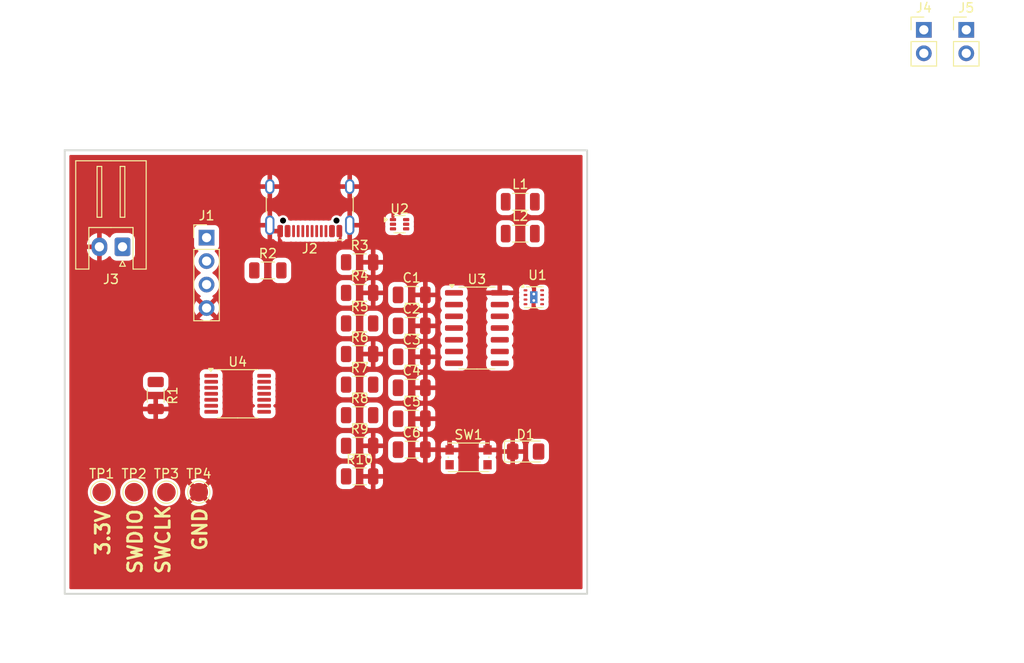
<source format=kicad_pcb>
(kicad_pcb (version 20241229) (generator "pcbnew") (generator_version "9.0")
  (layers (0 "F.Cu" signal) (2 "B.Cu" signal) (13 "F.Paste" user) (15 "B.Paste" user) (5 "F.SilkS" user "F.Silkscreen") (7 "B.SilkS" user "B.Silkscreen") (1 "F.Mask" user) (3 "B.Mask" user) (25 "Edge.Cuts" user))
  (net 0 "")
  (net 1 "+5V")
  (net 2 "GND")
  (net 3 "+12V")
  (net 4 "+3.3V")
  (net 5 "Net-(U3-VUSB)")
  (net 6 "Net-(U4-NRST)")
  (net 7 "Net-(D1-A)")
  (net 9 "/D+")
  (net 10 "/D-")
  (net 12 "Net-(J2-CC2)")
  (net 13 "Net-(J2-CC1)")
  (net 14 "Net-(U1-SW)")
  (net 15 "Net-(U2-SW)")
  (net 16 "/12V_EN")
  (net 17 "/MIC_FB")
  (net 18 "/MCP_RST")
  (net 19 "Net-(U3-GP0)")
  (net 20 "Net-(U2-FB)")
  (net 21 "Net-(U2-PG)")
  (net 24 "/MCP_RX")
  (net 27 "/MCP_TX")
  (net 32 "/SWCLK")
  (net 34 "/SWDIO")
  (net 36 "/BOOT_PIN")
  (footprint "Connector_JST:JST_XH_S2B-XH-A_1x02_P2.50mm_Horizontal" (layer "F.Cu") (at 28.25 149.445 180)
    (property "Reference" "J3" (at 1.25 -3.51 0) (layer "F.SilkS"))
    (property "Value" "Conn_01x02_Pin")
    (fp_line (start 5.06 9.31) (end 5.06 -2.41) (stroke (width 0.12)) (layer "F.SilkS"))
    (fp_line (start 5.06 -2.41) (end 3.64 -2.41) (stroke (width 0.12)) (layer "F.SilkS"))
    (fp_line (start 3.64 2.09) (end 1.25 2.09) (stroke (width 0.12)) (layer "F.SilkS"))
    (fp_line (start 3.64 -2.41) (end 3.64 2.09) (stroke (width 0.12)) (layer "F.SilkS"))
    (fp_line (start 2.75 8.7) (end 2.75 3.2) (stroke (width 0.12)) (layer "F.SilkS"))
    (fp_line (start 2.75 3.2) (end 2.25 3.2) (stroke (width 0.12)) (layer "F.SilkS"))
    (fp_line (start 2.25 8.7) (end 2.75 8.7) (stroke (width 0.12)) (layer "F.SilkS"))
    (fp_line (start 2.25 3.2) (end 2.25 8.7) (stroke (width 0.12)) (layer "F.SilkS"))
    (fp_line (start 1.25 9.31) (end 5.06 9.31) (stroke (width 0.12)) (layer "F.SilkS"))
    (fp_line (start 1.25 9.31) (end -2.56 9.31) (stroke (width 0.12)) (layer "F.SilkS"))
    (fp_line (start 0.3 -2.1) (end 0 -1.5) (stroke (width 0.12)) (layer "F.SilkS"))
    (fp_line (start 0.25 8.7) (end 0.25 3.2) (stroke (width 0.12)) (layer "F.SilkS"))
    (fp_line (start 0.25 3.2) (end -0.25 3.2) (stroke (width 0.12)) (layer "F.SilkS"))
    (fp_line (start 0 -1.5) (end -0.3 -2.1) (stroke (width 0.12)) (layer "F.SilkS"))
    (fp_line (start -0.25 8.7) (end 0.25 8.7) (stroke (width 0.12)) (layer "F.SilkS"))
    (fp_line (start -0.25 3.2) (end -0.25 8.7) (stroke (width 0.12)) (layer "F.SilkS"))
    (fp_line (start -0.3 -2.1) (end 0.3 -2.1) (stroke (width 0.12)) (layer "F.SilkS"))
    (fp_line (start -1.14 2.09) (end 1.25 2.09) (stroke (width 0.12)) (layer "F.SilkS"))
    (fp_line (start -1.14 -2.41) (end -1.14 2.09) (stroke (width 0.12)) (layer "F.SilkS"))
    (fp_line (start -2.56 9.31) (end -2.56 -2.41) (stroke (width 0.12)) (layer "F.SilkS"))
    (fp_line (start -2.56 -2.41) (end -1.14 -2.41) (stroke (width 0.12)) (layer "F.SilkS"))
    (pad "1" thru_hole roundrect (at 0 0 180) (size 1.7 2) (drill 1) (layers "*.Cu" "*.Mask") (roundrect_rratio 0.147059) (net 3 "+12V"))
    (pad "2" thru_hole oval (at 2.5 0 180) (size 1.7 2) (drill 1) (layers "*.Cu" "*.Mask") (net 2 "GND"))
  )
  (footprint "Connector_USB:USB_C_Receptacle_HCTL_HC-TYPE-C-16P-01A" (layer "F.Cu") (at 48.5 144 180)
    (property "Reference" "J2" (at 0 -5.645 0) (layer "F.SilkS"))
    (property "Value" "USB_C_Receptacle_USB2.0_16P")
    (fp_line (start 4.7 -1.78) (end 4.7 0) (stroke (width 0.12)) (layer "F.SilkS"))
    (fp_line (start -2.8 -4.7) (end -3.6 -4.7) (stroke (width 0.12)) (layer "F.SilkS"))
    (fp_line (start -4.7 -1.78) (end -4.7 0) (stroke (width 0.12)) (layer "F.SilkS"))
    (pad "" np_thru_hole circle (at -2.89 -2.605 180) (size 0.65 0.65) (drill 0.65) (layers "*.Mask"))
    (pad "" np_thru_hole circle (at 2.89 -2.605 180) (size 0.65 0.65) (drill 0.65) (layers "*.Mask"))
    (pad "A1" smd roundrect (at -3.2 -3.745 180) (size 0.6 1.3) (layers "F.Cu" "F.Mask" "F.Paste") (net 2 "GND"))
    (pad "A4" smd roundrect (at -2.4 -3.745 180) (size 0.6 1.3) (layers "F.Cu" "F.Mask" "F.Paste") (net 1 "+5V"))
    (pad "A5" smd roundrect (at -1.25 -3.745 180) (size 0.3 1.3) (layers "F.Cu" "F.Mask" "F.Paste") (net 13 "Net-(J2-CC1)"))
    (pad "A6" smd roundrect (at -0.25 -3.745 180) (size 0.3 1.3) (layers "F.Cu" "F.Mask" "F.Paste") (net 9 "/D+"))
    (pad "A7" smd roundrect (at 0.25 -3.745 180) (size 0.3 1.3) (layers "F.Cu" "F.Mask" "F.Paste") (net 10 "/D-"))
    (pad "A8" smd roundrect (at 1.25 -3.745 180) (size 0.3 1.3) (layers "F.Cu" "F.Mask" "F.Paste"))
    (pad "A9" smd roundrect (at 2.4 -3.745 180) (size 0.6 1.3) (layers "F.Cu" "F.Mask" "F.Paste") (net 1 "+5V"))
    (pad "A12" smd roundrect (at 3.2 -3.745 180) (size 0.6 1.3) (layers "F.Cu" "F.Mask" "F.Paste") (net 2 "GND"))
    (pad "B1" smd roundrect (at 3.2 -3.745 180) (size 0.6 1.3) (layers "F.Cu" "F.Mask" "F.Paste") (net 2 "GND"))
    (pad "B4" smd roundrect (at 2.4 -3.745 180) (size 0.6 1.3) (layers "F.Cu" "F.Mask" "F.Paste") (net 1 "+5V"))
    (pad "B5" smd roundrect (at 1.75 -3.745 180) (size 0.3 1.3) (layers "F.Cu" "F.Mask" "F.Paste") (net 12 "Net-(J2-CC2)"))
    (pad "B6" smd roundrect (at 0.75 -3.745 180) (size 0.3 1.3) (layers "F.Cu" "F.Mask" "F.Paste") (net 9 "/D+"))
    (pad "B7" smd roundrect (at -0.75 -3.745 180) (size 0.3 1.3) (layers "F.Cu" "F.Mask" "F.Paste") (net 10 "/D-"))
    (pad "B8" smd roundrect (at -1.75 -3.745 180) (size 0.3 1.3) (layers "F.Cu" "F.Mask" "F.Paste"))
    (pad "B9" smd roundrect (at -2.4 -3.745 180) (size 0.6 1.3) (layers "F.Cu" "F.Mask" "F.Paste") (net 1 "+5V"))
    (pad "B12" smd roundrect (at -3.2 -3.745 180) (size 0.6 1.3) (layers "F.Cu" "F.Mask" "F.Paste") (net 2 "GND"))
    (pad "S1" thru_hole oval (at -4.32 -3.105 180) (size 1 2.1) (drill oval 0.6 1.7) (property pad_prop_heatsink) (layers "*.Cu" "*.Mask") (net 2 "GND"))
    (pad "S1" thru_hole oval (at -4.32 1.075 180) (size 1 1.6) (drill oval 0.6 1.2) (property pad_prop_heatsink) (layers "*.Cu" "*.Mask") (net 2 "GND"))
    (pad "S1" thru_hole oval (at 4.32 -3.105 180) (size 1 2.1) (drill oval 0.6 1.7) (property pad_prop_heatsink) (layers "*.Cu" "*.Mask") (net 2 "GND"))
    (pad "S1" thru_hole oval (at 4.32 1.075 180) (size 1 1.6) (drill oval 0.6 1.2) (property pad_prop_heatsink) (layers "*.Cu" "*.Mask") (net 2 "GND"))
  )
  (footprint "Capacitor_SMD:C_1206_3216Metric" (layer "F.Cu") (at 59.525 154.65)
    (property "Reference" "C1" (at 0 -1.85 0) (layer "F.SilkS"))
    (property "Value" "2.2u")
    (fp_line (start -0.711252 -0.91) (end 0.711252 -0.91) (stroke (width 0.12)) (layer "F.SilkS"))
    (fp_line (start -0.711252 0.91) (end 0.711252 0.91) (stroke (width 0.12)) (layer "F.SilkS"))
    (pad "1" smd roundrect (at -1.475 0) (size 1.15 1.8) (layers "F.Cu" "F.Mask" "F.Paste") (roundrect_rratio 0.217391) (net 1 "+5V"))
    (pad "2" smd roundrect (at 1.475 0) (size 1.15 1.8) (layers "F.Cu" "F.Mask" "F.Paste") (roundrect_rratio 0.217391) (net 2 "GND"))
  )
  (footprint "Resistor_SMD:R_1206_3216Metric" (layer "F.Cu") (at 53.895 164.36)
    (property "Reference" "R7" (at 0 -1.83 0) (layer "F.SilkS"))
    (property "Value" "499k")
    (fp_line (start -0.727064 -0.91) (end 0.727064 -0.91) (stroke (width 0.12)) (layer "F.SilkS"))
    (fp_line (start -0.727064 0.91) (end 0.727064 0.91) (stroke (width 0.12)) (layer "F.SilkS"))
    (pad "1" smd roundrect (at -1.4625 0) (size 1.125 1.75) (layers "F.Cu" "F.Mask" "F.Paste") (roundrect_rratio 0.222222) (net 1 "+5V"))
    (pad "2" smd roundrect (at 1.4625 0) (size 1.125 1.75) (layers "F.Cu" "F.Mask" "F.Paste") (roundrect_rratio 0.222222) (net 21 "Net-(U2-PG)"))
  )
  (footprint "Resistor_SMD:R_1206_3216Metric" (layer "F.Cu") (at 53.895 174.29)
    (property "Reference" "R10" (at 0 -1.83 0) (layer "F.SilkS"))
    (property "Value" "5k")
    (fp_line (start -0.727064 -0.91) (end 0.727064 -0.91) (stroke (width 0.12)) (layer "F.SilkS"))
    (fp_line (start -0.727064 0.91) (end 0.727064 0.91) (stroke (width 0.12)) (layer "F.SilkS"))
    (pad "1" smd roundrect (at -1.4625 0) (size 1.125 1.75) (layers "F.Cu" "F.Mask" "F.Paste") (roundrect_rratio 0.222222) (net 13 "Net-(J2-CC1)"))
    (pad "2" smd roundrect (at 1.4625 0) (size 1.125 1.75) (layers "F.Cu" "F.Mask" "F.Paste") (roundrect_rratio 0.222222) (net 2 "GND"))
  )
  (footprint "LED_SMD:LED_1206_3216Metric" (layer "F.Cu") (at 71.845 171.6)
    (property "Reference" "D1" (at 0 -1.83 0) (layer "F.SilkS"))
    (property "Value" "LED")
    (fp_line (start -2.285 -1.135) (end -2.285 1.135) (stroke (width 0.12)) (layer "F.SilkS"))
    (fp_line (start -2.285 1.135) (end 1.6 1.135) (stroke (width 0.12)) (layer "F.SilkS"))
    (fp_line (start 1.6 -1.135) (end -2.285 -1.135) (stroke (width 0.12)) (layer "F.SilkS"))
    (pad "1" smd roundrect (at -1.4 0) (size 1.25 1.75) (layers "F.Cu" "F.Mask" "F.Paste") (roundrect_rratio 0.2) (net 2 "GND"))
    (pad "2" smd roundrect (at 1.4 0) (size 1.25 1.75) (layers "F.Cu" "F.Mask" "F.Paste") (roundrect_rratio 0.2) (net 7 "Net-(D1-A)"))
  )
  (footprint "Package_SO:SOIC-14_3.9x8.7mm_P1.27mm" (layer "F.Cu") (at 66.575 158.235)
    (property "Reference" "U3" (at 0 -5.28 0) (layer "F.SilkS"))
    (property "Value" "MCP2221AxSL")
    (fp_line (start 0 -4.435) (end -1.95 -4.435) (stroke (width 0.12)) (layer "F.SilkS"))
    (fp_line (start 0 -4.435) (end 1.95 -4.435) (stroke (width 0.12)) (layer "F.SilkS"))
    (fp_line (start 0 4.435) (end -1.95 4.435) (stroke (width 0.12)) (layer "F.SilkS"))
    (fp_line (start 0 4.435) (end 1.95 4.435) (stroke (width 0.12)) (layer "F.SilkS"))
    (fp_poly (pts (xy -2.7 -4.37) (xy -2.94 -4.7) (xy -2.46 -4.7)) (stroke (width 0.12)) (fill yes) (layer "F.SilkS"))
    (pad "1" smd roundrect (at -2.475 -3.81) (size 1.95 0.6) (layers "F.Cu" "F.Mask" "F.Paste") (net 4 "+3.3V"))
    (pad "2" smd roundrect (at -2.475 -2.54) (size 1.95 0.6) (layers "F.Cu" "F.Mask" "F.Paste") (net 19 "Net-(U3-GP0)"))
    (pad "3" smd roundrect (at -2.475 -1.27) (size 1.95 0.6) (layers "F.Cu" "F.Mask" "F.Paste"))
    (pad "4" smd roundrect (at -2.475 0) (size 1.95 0.6) (layers "F.Cu" "F.Mask" "F.Paste") (net 18 "/MCP_RST"))
    (pad "5" smd roundrect (at -2.475 1.27) (size 1.95 0.6) (layers "F.Cu" "F.Mask" "F.Paste") (net 24 "/MCP_RX"))
    (pad "6" smd roundrect (at -2.475 2.54) (size 1.95 0.6) (layers "F.Cu" "F.Mask" "F.Paste") (net 27 "/MCP_TX"))
    (pad "7" smd roundrect (at -2.475 3.81) (size 1.95 0.6) (layers "F.Cu" "F.Mask" "F.Paste"))
    (pad "8" smd roundrect (at 2.475 3.81) (size 1.95 0.6) (layers "F.Cu" "F.Mask" "F.Paste"))
    (pad "9" smd roundrect (at 2.475 2.54) (size 1.95 0.6) (layers "F.Cu" "F.Mask" "F.Paste"))
    (pad "10" smd roundrect (at 2.475 1.27) (size 1.95 0.6) (layers "F.Cu" "F.Mask" "F.Paste"))
    (pad "11" smd roundrect (at 2.475 0) (size 1.95 0.6) (layers "F.Cu" "F.Mask" "F.Paste") (net 5 "Net-(U3-VUSB)"))
    (pad "12" smd roundrect (at 2.475 -1.27) (size 1.95 0.6) (layers "F.Cu" "F.Mask" "F.Paste") (net 10 "/D-"))
    (pad "13" smd roundrect (at 2.475 -2.54) (size 1.95 0.6) (layers "F.Cu" "F.Mask" "F.Paste") (net 9 "/D+"))
    (pad "14" smd roundrect (at 2.475 -3.81) (size 1.95 0.6) (layers "F.Cu" "F.Mask" "F.Paste") (net 2 "GND"))
  )
  (footprint "Resistor_SMD:R_1206_3216Metric" (layer "F.Cu") (at 31.84 165.5375 -90)
    (property "Reference" "R1" (at 0 -1.83 90) (layer "F.SilkS"))
    (property "Value" "10k")
    (fp_line (start -0.727064 0.91) (end 0.727064 0.91) (stroke (width 0.12)) (layer "F.SilkS"))
    (fp_line (start -0.727064 -0.91) (end 0.727064 -0.91) (stroke (width 0.12)) (layer "F.SilkS"))
    (pad "1" smd roundrect (at -1.4625 0 270) (size 1.125 1.75) (layers "F.Cu" "F.Mask" "F.Paste") (roundrect_rratio 0.222222) (net 16 "/12V_EN"))
    (pad "2" smd roundrect (at 1.4625 0 270) (size 1.125 1.75) (layers "F.Cu" "F.Mask" "F.Paste") (roundrect_rratio 0.222222) (net 2 "GND"))
  )
  (footprint "Resistor_SMD:R_1206_3216Metric" (layer "F.Cu") (at 53.895 161.05)
    (property "Reference" "R6" (at 0 -1.83 0) (layer "F.SilkS"))
    (property "Value" "100k")
    (fp_line (start -0.727064 -0.91) (end 0.727064 -0.91) (stroke (width 0.12)) (layer "F.SilkS"))
    (fp_line (start -0.727064 0.91) (end 0.727064 0.91) (stroke (width 0.12)) (layer "F.SilkS"))
    (pad "1" smd roundrect (at -1.4625 0) (size 1.125 1.75) (layers "F.Cu" "F.Mask" "F.Paste") (roundrect_rratio 0.222222) (net 20 "Net-(U2-FB)"))
    (pad "2" smd roundrect (at 1.4625 0) (size 1.125 1.75) (layers "F.Cu" "F.Mask" "F.Paste") (roundrect_rratio 0.222222) (net 2 "GND"))
  )
  (footprint "TestPoint:TestPoint_Pad_D2.0mm" (layer "F.Cu") (at 26 176)
    (property "Reference" "TP1" (at 0 -1.998 0) (layer "F.SilkS"))
    (property "Value" "TestPoint")
    (fp_circle (center 0 0) (end 0 1.2) (stroke (width 0.12)) (fill no) (layer "F.SilkS"))
    (pad "1" smd circle (at 0 0) (size 2 2) (layers "F.Cu" "F.Mask") (net 4 "+3.3V"))
  )
  (footprint "Connector_PinHeader_2.54mm:PinHeader_1x04_P2.54mm_Vertical" (layer "F.Cu") (at 37.34 148.45)
    (property "Reference" "J1" (at 0 -2.38 0) (layer "F.SilkS"))
    (property "Value" "Conn_01x04_Pin")
    (fp_line (start -1.38 -1.38) (end 0 -1.38) (stroke (width 0.12)) (layer "F.SilkS"))
    (fp_line (start -1.38 0) (end -1.38 -1.38) (stroke (width 0.12)) (layer "F.SilkS"))
    (fp_line (start -1.38 1.27) (end -1.38 9) (stroke (width 0.12)) (layer "F.SilkS"))
    (fp_line (start -1.38 1.27) (end 1.38 1.27) (stroke (width 0.12)) (layer "F.SilkS"))
    (fp_line (start -1.38 9) (end 1.38 9) (stroke (width 0.12)) (layer "F.SilkS"))
    (fp_line (start 1.38 1.27) (end 1.38 9) (stroke (width 0.12)) (layer "F.SilkS"))
    (pad "1" thru_hole rect (at 0 0) (size 1.7 1.7) (drill 1) (layers "*.Cu" "*.Mask") (net 4 "+3.3V"))
    (pad "2" thru_hole circle (at 0 2.54) (size 1.7 1.7) (drill 1) (layers "*.Cu" "*.Mask") (net 34 "/SWDIO"))
    (pad "3" thru_hole circle (at 0 5.08) (size 1.7 1.7) (drill 1) (layers "*.Cu" "*.Mask") (net 32 "/SWCLK"))
    (pad "4" thru_hole circle (at 0 7.62) (size 1.7 1.7) (drill 1) (layers "*.Cu" "*.Mask") (net 2 "GND"))
  )
  (footprint "Inductor_SMD:L_1206_3216Metric" (layer "F.Cu") (at 71.265 144.57)
    (property "Reference" "L1" (at 0 -1.9 0) (layer "F.SilkS"))
    (property "Value" "10u")
    (fp_line (start -0.835242 -0.91) (end 0.835242 -0.91) (stroke (width 0.12)) (layer "F.SilkS"))
    (fp_line (start -0.835242 0.91) (end 0.835242 0.91) (stroke (width 0.12)) (layer "F.SilkS"))
    (pad "1" smd roundrect (at -1.575 0) (size 1.05 1.9) (layers "F.Cu" "F.Mask" "F.Paste") (roundrect_rratio 0.238095) (net 14 "Net-(U1-SW)"))
    (pad "2" smd roundrect (at 1.575 0) (size 1.05 1.9) (layers "F.Cu" "F.Mask" "F.Paste") (roundrect_rratio 0.238095) (net 1 "+5V"))
  )
  (footprint "Resistor_SMD:R_1206_3216Metric" (layer "F.Cu") (at 53.895 167.67)
    (property "Reference" "R8" (at 0 -1.83 0) (layer "F.SilkS"))
    (property "Value" "450k")
    (fp_line (start -0.727064 -0.91) (end 0.727064 -0.91) (stroke (width 0.12)) (layer "F.SilkS"))
    (fp_line (start -0.727064 0.91) (end 0.727064 0.91) (stroke (width 0.12)) (layer "F.SilkS"))
    (pad "1" smd roundrect (at -1.4625 0) (size 1.125 1.75) (layers "F.Cu" "F.Mask" "F.Paste") (roundrect_rratio 0.222222) (net 4 "+3.3V"))
    (pad "2" smd roundrect (at 1.4625 0) (size 1.125 1.75) (layers "F.Cu" "F.Mask" "F.Paste") (roundrect_rratio 0.222222) (net 20 "Net-(U2-FB)"))
  )
  (footprint "Inductor_SMD:L_1206_3216Metric" (layer "F.Cu") (at 71.265 148.02)
    (property "Reference" "L2" (at 0 -1.9 0) (layer "F.SilkS"))
    (property "Value" "1u")
    (fp_line (start -0.835242 -0.91) (end 0.835242 -0.91) (stroke (width 0.12)) (layer "F.SilkS"))
    (fp_line (start -0.835242 0.91) (end 0.835242 0.91) (stroke (width 0.12)) (layer "F.SilkS"))
    (pad "1" smd roundrect (at -1.575 0) (size 1.05 1.9) (layers "F.Cu" "F.Mask" "F.Paste") (roundrect_rratio 0.238095) (net 15 "Net-(U2-SW)"))
    (pad "2" smd roundrect (at 1.575 0) (size 1.05 1.9) (layers "F.Cu" "F.Mask" "F.Paste") (roundrect_rratio 0.238095) (net 4 "+3.3V"))
  )
  (footprint "TestPoint:TestPoint_Pad_D2.0mm" (layer "F.Cu") (at 36.5 176)
    (property "Reference" "TP4" (at 0 -1.998 0) (layer "F.SilkS"))
    (property "Value" "TestPoint")
    (fp_circle (center 0 0) (end 0 1.2) (stroke (width 0.12)) (fill no) (layer "F.SilkS"))
    (pad "1" smd circle (at 0 0) (size 2 2) (layers "F.Cu" "F.Mask") (net 2 "GND"))
  )
  (footprint "Package_DFN_QFN:Micrel_MLF-8-1EP_2x2mm_P0.5mm_EP0.8x1.3mm_ThermalVias" (layer "F.Cu") (at 72.73 154.905)
    (property "Reference" "U1" (at 0.4 -2.39 0) (layer "F.SilkS"))
    (property "Value" "MIC2290")
    (fp_line (start -1 1.135) (end 1 1.135) (stroke (width 0.12)) (layer "F.SilkS"))
    (fp_line (start -0.79 -1.135) (end 1 -1.135) (stroke (width 0.12)) (layer "F.SilkS"))
    (fp_poly (pts (xy -1.09 -1.09) (xy -1.37 -1.09) (xy -1.09 -1.37) (xy -1.09 -1.09)) (stroke (width 0.12)) (fill yes) (layer "F.SilkS"))
    (pad "1" smd roundrect (at -0.9 -0.75) (size 0.4 0.23) (layers "F.Cu" "F.Mask" "F.Paste") (net 3 "+12V"))
    (pad "2" smd roundrect (at -0.9 -0.25) (size 0.4 0.23) (layers "F.Cu" "F.Mask" "F.Paste") (net 1 "+5V"))
    (pad "3" smd roundrect (at -0.9 0.25) (size 0.4 0.23) (layers "F.Cu" "F.Mask" "F.Paste") (net 16 "/12V_EN"))
    (pad "4" smd roundrect (at -0.9 0.75) (size 0.4 0.23) (layers "F.Cu" "F.Mask" "F.Paste") (net 2 "GND"))
    (pad "5" smd roundrect (at 0.9 0.75) (size 0.4 0.23) (layers "F.Cu" "F.Mask" "F.Paste"))
    (pad "6" smd roundrect (at 0.9 0.25) (size 0.4 0.23) (layers "F.Cu" "F.Mask" "F.Paste") (net 17 "/MIC_FB"))
    (pad "7" smd roundrect (at 0.9 -0.25) (size 0.4 0.23) (layers "F.Cu" "F.Mask" "F.Paste") (net 14 "Net-(U1-SW)"))
    (pad "8" smd roundrect (at 0.9 -0.75) (size 0.4 0.23) (layers "F.Cu" "F.Mask" "F.Paste") (net 2 "GND"))
    (pad "9" thru_hole circle (at 0 -0.35) (size 0.6 0.6) (drill 0.3) (layers "*.Cu") (net 2 "GND"))
    (pad "9" smd rect (at 0 0) (size 0.8 1.3) (layers "F.Cu" "F.Mask") (net 2 "GND"))
    (pad "9" smd rect (at 0 0) (size 0.8 1.3) (layers "B.Cu") (net 2 "GND"))
    (pad "9" thru_hole circle (at 0 0.35) (size 0.6 0.6) (drill 0.3) (layers "*.Cu") (net 2 "GND"))
  )
  (footprint "Resistor_SMD:R_1206_3216Metric" (layer "F.Cu") (at 53.895 170.98)
    (property "Reference" "R9" (at 0 -1.83 0) (layer "F.SilkS"))
    (property "Value" "5k")
    (fp_line (start -0.727064 -0.91) (end 0.727064 -0.91) (stroke (width 0.12)) (layer "F.SilkS"))
    (fp_line (start -0.727064 0.91) (end 0.727064 0.91) (stroke (width 0.12)) (layer "F.SilkS"))
    (pad "1" smd roundrect (at -1.4625 0) (size 1.125 1.75) (layers "F.Cu" "F.Mask" "F.Paste") (roundrect_rratio 0.222222) (net 12 "Net-(J2-CC2)"))
    (pad "2" smd roundrect (at 1.4625 0) (size 1.125 1.75) (layers "F.Cu" "F.Mask" "F.Paste") (roundrect_rratio 0.222222) (net 2 "GND"))
  )
  (footprint "TestPoint:TestPoint_Pad_D2.0mm" (layer "F.Cu") (at 29.5 176)
    (property "Reference" "TP2" (at 0 -1.998 0) (layer "F.SilkS"))
    (property "Value" "TestPoint")
    (fp_circle (center 0 0) (end 0 1.2) (stroke (width 0.12)) (fill no) (layer "F.SilkS"))
    (pad "1" smd circle (at 0 0) (size 2 2) (layers "F.Cu" "F.Mask") (net 34 "/SWDIO"))
  )
  (footprint "Button_Switch_SMD:SW_Push_1P1T_NO_CK_KMR2" (layer "F.Cu") (at 65.675 172.23)
    (property "Reference" "SW1" (at 0 -2.45 0) (layer "F.SilkS"))
    (property "Value" "SW_Push")
    (fp_line (start -2.2 0.05) (end -2.2 -0.05) (stroke (width 0.12)) (layer "F.SilkS"))
    (fp_line (start -2.2 1.55) (end 2.2 1.55) (stroke (width 0.12)) (layer "F.SilkS"))
    (fp_line (start 2.2 -1.55) (end -2.2 -1.55) (stroke (width 0.12)) (layer "F.SilkS"))
    (fp_line (start 2.2 0.05) (end 2.2 -0.05) (stroke (width 0.12)) (layer "F.SilkS"))
    (pad "1" smd rect (at -2.05 -0.8) (size 0.9 1) (layers "F.Cu" "F.Mask" "F.Paste") (net 2 "GND"))
    (pad "1" smd rect (at 2.05 -0.8) (size 0.9 1) (layers "F.Cu" "F.Mask" "F.Paste") (net 2 "GND"))
    (pad "2" smd rect (at -2.05 0.8) (size 0.9 1) (layers "F.Cu" "F.Mask" "F.Paste") (net 6 "Net-(U4-NRST)"))
    (pad "2" smd rect (at 2.05 0.8) (size 0.9 1) (layers "F.Cu" "F.Mask" "F.Paste") (net 6 "Net-(U4-NRST)"))
  )
  (footprint "Connector_PinHeader_2.54mm:PinHeader_1x02_P2.54mm_Vertical" (layer "F.Cu") (at 119.5 125.96)
    (property "Reference" "J5" (at 0 -2.38 0) (layer "F.SilkS"))
    (property "Value" "Conn_01x02_Pin")
    (fp_line (start -1.38 -1.38) (end 0 -1.38) (stroke (width 0.12)) (layer "F.SilkS"))
    (fp_line (start -1.38 0) (end -1.38 -1.38) (stroke (width 0.12)) (layer "F.SilkS"))
    (fp_line (start -1.38 1.27) (end -1.38 3.92) (stroke (width 0.12)) (layer "F.SilkS"))
    (fp_line (start -1.38 1.27) (end 1.38 1.27) (stroke (width 0.12)) (layer "F.SilkS"))
    (fp_line (start -1.38 3.92) (end 1.38 3.92) (stroke (width 0.12)) (layer "F.SilkS"))
    (fp_line (start 1.38 1.27) (end 1.38 3.92) (stroke (width 0.12)) (layer "F.SilkS"))
    (pad "1" thru_hole rect (at 0 0) (size 1.7 1.7) (drill 1) (layers "*.Cu" "*.Mask") (net 1 "+5V"))
    (pad "2" thru_hole circle (at 0 2.54) (size 1.7 1.7) (drill 1) (layers "*.Cu" "*.Mask") (net 2 "GND"))
  )
  (footprint "Resistor_SMD:R_1206_3216Metric" (layer "F.Cu") (at 53.895 157.74)
    (property "Reference" "R5" (at 0 -1.83 0) (layer "F.SilkS"))
    (property "Value" "220")
    (fp_line (start -0.727064 -0.91) (end 0.727064 -0.91) (stroke (width 0.12)) (layer "F.SilkS"))
    (fp_line (start -0.727064 0.91) (end 0.727064 0.91) (stroke (width 0.12)) (layer "F.SilkS"))
    (pad "1" smd roundrect (at -1.4625 0) (size 1.125 1.75) (layers "F.Cu" "F.Mask" "F.Paste") (roundrect_rratio 0.222222) (net 19 "Net-(U3-GP0)"))
    (pad "2" smd roundrect (at 1.4625 0) (size 1.125 1.75) (layers "F.Cu" "F.Mask" "F.Paste") (roundrect_rratio 0.222222) (net 7 "Net-(D1-A)"))
  )
  (footprint "Capacitor_SMD:C_1206_3216Metric" (layer "F.Cu") (at 59.525 171.4)
    (property "Reference" "C6" (at 0 -1.85 0) (layer "F.SilkS"))
    (property "Value" ".1u")
    (fp_line (start -0.711252 -0.91) (end 0.711252 -0.91) (stroke (width 0.12)) (layer "F.SilkS"))
    (fp_line (start -0.711252 0.91) (end 0.711252 0.91) (stroke (width 0.12)) (layer "F.SilkS"))
    (pad "1" smd roundrect (at -1.475 0) (size 1.15 1.8) (layers "F.Cu" "F.Mask" "F.Paste") (roundrect_rratio 0.217391) (net 6 "Net-(U4-NRST)"))
    (pad "2" smd roundrect (at 1.475 0) (size 1.15 1.8) (layers "F.Cu" "F.Mask" "F.Paste") (roundrect_rratio 0.217391) (net 2 "GND"))
  )
  (footprint "Capacitor_SMD:C_1206_3216Metric" (layer "F.Cu") (at 59.525 168.05)
    (property "Reference" "C5" (at 0 -1.85 0) (layer "F.SilkS"))
    (property "Value" "1u")
    (fp_line (start -0.711252 -0.91) (end 0.711252 -0.91) (stroke (width 0.12)) (layer "F.SilkS"))
    (fp_line (start -0.711252 0.91) (end 0.711252 0.91) (stroke (width 0.12)) (layer "F.SilkS"))
    (pad "1" smd roundrect (at -1.475 0) (size 1.15 1.8) (layers "F.Cu" "F.Mask" "F.Paste") (roundrect_rratio 0.217391) (net 5 "Net-(U3-VUSB)"))
    (pad "2" smd roundrect (at 1.475 0) (size 1.15 1.8) (layers "F.Cu" "F.Mask" "F.Paste") (roundrect_rratio 0.217391) (net 2 "GND"))
  )
  (footprint "Capacitor_SMD:C_1206_3216Metric" (layer "F.Cu") (at 59.525 158)
    (property "Reference" "C2" (at 0 -1.85 0) (layer "F.SilkS"))
    (property "Value" "10u")
    (fp_line (start -0.711252 -0.91) (end 0.711252 -0.91) (stroke (width 0.12)) (layer "F.SilkS"))
    (fp_line (start -0.711252 0.91) (end 0.711252 0.91) (stroke (width 0.12)) (layer "F.SilkS"))
    (pad "1" smd roundrect (at -1.475 0) (size 1.15 1.8) (layers "F.Cu" "F.Mask" "F.Paste") (roundrect_rratio 0.217391) (net 3 "+12V"))
    (pad "2" smd roundrect (at 1.475 0) (size 1.15 1.8) (layers "F.Cu" "F.Mask" "F.Paste") (roundrect_rratio 0.217391) (net 2 "GND"))
  )
  (footprint "Package_TO_SOT_SMD:SOT-563" (layer "F.Cu") (at 58.2125 147)
    (property "Reference" "U2" (at 0 -1.65 0) (layer "F.SilkS"))
    (property "Value" "TPS62A01DRL")
    (fp_line (start 0 -0.935) (end -0.6 -0.935) (stroke (width 0.12)) (layer "F.SilkS"))
    (fp_line (start 0 -0.935) (end 0.6 -0.935) (stroke (width 0.12)) (layer "F.SilkS"))
    (fp_line (start 0 0.935) (end -0.6 0.935) (stroke (width 0.12)) (layer "F.SilkS"))
    (fp_line (start 0 0.935) (end 0.6 0.935) (stroke (width 0.12)) (layer "F.SilkS"))
    (fp_poly (pts (xy -1.31 -0.5) (xy -1.64 -0.26) (xy -1.64 -0.74)) (stroke (width 0.12)) (fill yes) (layer "F.SilkS"))
    (pad "1" smd roundrect (at -0.7125 -0.5) (size 0.675 0.35) (layers "F.Cu" "F.Mask" "F.Paste") (net 2 "GND"))
    (pad "2" smd roundrect (at -0.7125 0) (size 0.675 0.35) (layers "F.Cu" "F.Mask" "F.Paste") (net 15 "Net-(U2-SW)"))
    (pad "3" smd roundrect (at -0.7125 0.5) (size 0.675 0.35) (layers "F.Cu" "F.Mask" "F.Paste") (net 1 "+5V"))
    (pad "4" smd roundrect (at 0.7125 0.5) (size 0.675 0.35) (layers "F.Cu" "F.Mask" "F.Paste") (net 1 "+5V"))
    (pad "5" smd roundrect (at 0.7125 0) (size 0.675 0.35) (layers "F.Cu" "F.Mask" "F.Paste") (net 20 "Net-(U2-FB)"))
    (pad "6" smd roundrect (at 0.7125 -0.5) (size 0.675 0.35) (layers "F.Cu" "F.Mask" "F.Paste") (net 21 "Net-(U2-PG)"))
  )
  (footprint "Connector_PinHeader_2.54mm:PinHeader_1x02_P2.54mm_Vertical" (layer "F.Cu") (at 114.91 125.96)
    (property "Reference" "J4" (at 0 -2.38 0) (layer "F.SilkS"))
    (property "Value" "Conn_01x02_Pin")
    (fp_line (start -1.38 -1.38) (end 0 -1.38) (stroke (width 0.12)) (layer "F.SilkS"))
    (fp_line (start -1.38 0) (end -1.38 -1.38) (stroke (width 0.12)) (layer "F.SilkS"))
    (fp_line (start -1.38 1.27) (end -1.38 3.92) (stroke (width 0.12)) (layer "F.SilkS"))
    (fp_line (start -1.38 1.27) (end 1.38 1.27) (stroke (width 0.12)) (layer "F.SilkS"))
    (fp_line (start -1.38 3.92) (end 1.38 3.92) (stroke (width 0.12)) (layer "F.SilkS"))
    (fp_line (start 1.38 1.27) (end 1.38 3.92) (stroke (width 0.12)) (layer "F.SilkS"))
    (pad "1" thru_hole rect (at 0 0) (size 1.7 1.7) (drill 1) (layers "*.Cu" "*.Mask") (net 36 "/BOOT_PIN"))
    (pad "2" thru_hole circle (at 0 2.54) (size 1.7 1.7) (drill 1) (layers "*.Cu" "*.Mask") (net 2 "GND"))
  )
  (footprint "TestPoint:TestPoint_Pad_D2.0mm" (layer "F.Cu") (at 33 176)
    (property "Reference" "TP3" (at 0 -1.998 0) (layer "F.SilkS"))
    (property "Value" "TestPoint")
    (fp_circle (center 0 0) (end 0 1.2) (stroke (width 0.12)) (fill no) (layer "F.SilkS"))
    (pad "1" smd circle (at 0 0) (size 2 2) (layers "F.Cu" "F.Mask") (net 32 "/SWCLK"))
  )
  (footprint "Resistor_SMD:R_1206_3216Metric" (layer "F.Cu") (at 53.895 151.12)
    (property "Reference" "R3" (at 0 -1.83 0) (layer "F.SilkS"))
    (property "Value" "5k")
    (fp_line (start -0.727064 -0.91) (end 0.727064 -0.91) (stroke (width 0.12)) (layer "F.SilkS"))
    (fp_line (start -0.727064 0.91) (end 0.727064 0.91) (stroke (width 0.12)) (layer "F.SilkS"))
    (pad "1" smd roundrect (at -1.4625 0) (size 1.125 1.75) (layers "F.Cu" "F.Mask" "F.Paste") (roundrect_rratio 0.222222) (net 17 "/MIC_FB"))
    (pad "2" smd roundrect (at 1.4625 0) (size 1.125 1.75) (layers "F.Cu" "F.Mask" "F.Paste") (roundrect_rratio 0.222222) (net 2 "GND"))
  )
  (footprint "Package_SO:TSSOP-14_4.4x5mm_P0.65mm" (layer "F.Cu") (at 40.7025 165.35)
    (property "Reference" "U4" (at 0 -3.45 0) (layer "F.SilkS"))
    (property "Value" "STM32L011D3Px")
    (fp_line (start 0 -2.61) (end -2.2 -2.61) (stroke (width 0.12)) (layer "F.SilkS"))
    (fp_line (start 0 -2.61) (end 2.2 -2.61) (stroke (width 0.12)) (layer "F.SilkS"))
    (fp_line (start 0 2.61) (end -2.2 2.61) (stroke (width 0.12)) (layer "F.SilkS"))
    (fp_line (start 0 2.61) (end 2.2 2.61) (stroke (width 0.12)) (layer "F.SilkS"))
    (fp_poly (pts (xy -2.9 -2.41) (xy -3.14 -2.74) (xy -2.66 -2.74)) (stroke (width 0.12)) (fill yes) (layer "F.SilkS"))
    (pad "1" smd roundrect (at -2.8625 -1.95) (size 1.475 0.4) (layers "F.Cu" "F.Mask" "F.Paste") (net 36 "/BOOT_PIN"))
    (pad "2" smd roundrect (at -2.8625 -1.3) (size 1.475 0.4) (layers "F.Cu" "F.Mask" "F.Paste") (net 16 "/12V_EN"))
    (pad "3" smd roundrect (at -2.8625 -0.65) (size 1.475 0.4) (layers "F.Cu" "F.Mask" "F.Paste") (net 18 "/MCP_RST"))
    (pad "4" smd roundrect (at -2.8625 0) (size 1.475 0.4) (layers "F.Cu" "F.Mask" "F.Paste") (net 6 "Net-(U4-NRST)"))
    (pad "5" smd roundrect (at -2.8625 0.65) (size 1.475 0.4) (layers "F.Cu" "F.Mask" "F.Paste"))
    (pad "6" smd roundrect (at -2.8625 1.3) (size 1.475 0.4) (layers "F.Cu" "F.Mask" "F.Paste"))
    (pad "7" smd roundrect (at -2.8625 1.95) (size 1.475 0.4) (layers "F.Cu" "F.Mask" "F.Paste"))
    (pad "8" smd roundrect (at 2.8625 1.95) (size 1.475 0.4) (layers "F.Cu" "F.Mask" "F.Paste"))
    (pad "9" smd roundrect (at 2.8625 1.3) (size 1.475 0.4) (layers "F.Cu" "F.Mask" "F.Paste") (net 2 "GND"))
    (pad "10" smd roundrect (at 2.8625 0.65) (size 1.475 0.4) (layers "F.Cu" "F.Mask" "F.Paste") (net 4 "+3.3V"))
    (pad "11" smd roundrect (at 2.8625 0) (size 1.475 0.4) (layers "F.Cu" "F.Mask" "F.Paste") (net 24 "/MCP_RX"))
    (pad "12" smd roundrect (at 2.8625 -0.65) (size 1.475 0.4) (layers "F.Cu" "F.Mask" "F.Paste") (net 27 "/MCP_TX"))
    (pad "13" smd roundrect (at 2.8625 -1.3) (size 1.475 0.4) (layers "F.Cu" "F.Mask" "F.Paste") (net 34 "/SWDIO"))
    (pad "14" smd roundrect (at 2.8625 -1.95) (size 1.475 0.4) (layers "F.Cu" "F.Mask" "F.Paste") (net 32 "/SWCLK"))
  )
  (footprint "Resistor_SMD:R_1206_3216Metric" (layer "F.Cu") (at 53.895 154.43)
    (property "Reference" "R4" (at 0 -1.83 0) (layer "F.SilkS"))
    (property "Value" "10k")
    (fp_line (start -0.727064 -0.91) (end 0.727064 -0.91) (stroke (width 0.12)) (layer "F.SilkS"))
    (fp_line (start -0.727064 0.91) (end 0.727064 0.91) (stroke (width 0.12)) (layer "F.SilkS"))
    (pad "1" smd roundrect (at -1.4625 0) (size 1.125 1.75) (layers "F.Cu" "F.Mask" "F.Paste") (roundrect_rratio 0.222222) (net 18 "/MCP_RST"))
    (pad "2" smd roundrect (at 1.4625 0) (size 1.125 1.75) (layers "F.Cu" "F.Mask" "F.Paste") (roundrect_rratio 0.222222) (net 2 "GND"))
  )
  (footprint "Capacitor_SMD:C_1206_3216Metric" (layer "F.Cu") (at 59.525 164.7)
    (property "Reference" "C4" (at 0 -1.85 0) (layer "F.SilkS"))
    (property "Value" "22u")
    (fp_line (start -0.711252 -0.91) (end 0.711252 -0.91) (stroke (width 0.12)) (layer "F.SilkS"))
    (fp_line (start -0.711252 0.91) (end 0.711252 0.91) (stroke (width 0.12)) (layer "F.SilkS"))
    (pad "1" smd roundrect (at -1.475 0) (size 1.15 1.8) (layers "F.Cu" "F.Mask" "F.Paste") (roundrect_rratio 0.217391) (net 4 "+3.3V"))
    (pad "2" smd roundrect (at 1.475 0) (size 1.15 1.8) (layers "F.Cu" "F.Mask" "F.Paste") (roundrect_rratio 0.217391) (net 2 "GND"))
  )
  (footprint "Capacitor_SMD:C_1206_3216Metric" (layer "F.Cu") (at 59.525 161.35)
    (property "Reference" "C3" (at 0 -1.85 0) (layer "F.SilkS"))
    (property "Value" "4.7u")
    (fp_line (start -0.711252 -0.91) (end 0.711252 -0.91) (stroke (width 0.12)) (layer "F.SilkS"))
    (fp_line (start -0.711252 0.91) (end 0.711252 0.91) (stroke (width 0.12)) (layer "F.SilkS"))
    (pad "1" smd roundrect (at -1.475 0) (size 1.15 1.8) (layers "F.Cu" "F.Mask" "F.Paste") (roundrect_rratio 0.217391) (net 1 "+5V"))
    (pad "2" smd roundrect (at 1.475 0) (size 1.15 1.8) (layers "F.Cu" "F.Mask" "F.Paste") (roundrect_rratio 0.217391) (net 2 "GND"))
  )
  (footprint "Resistor_SMD:R_1206_3216Metric" (layer "F.Cu") (at 43.9625 152)
    (property "Reference" "R2" (at 0 -1.83 0) (layer "F.SilkS"))
    (property "Value" "43.2k")
    (fp_line (start -0.727064 -0.91) (end 0.727064 -0.91) (stroke (width 0.12)) (layer "F.SilkS"))
    (fp_line (start -0.727064 0.91) (end 0.727064 0.91) (stroke (width 0.12)) (layer "F.SilkS"))
    (pad "1" smd roundrect (at -1.4625 0) (size 1.125 1.75) (layers "F.Cu" "F.Mask" "F.Paste") (roundrect_rratio 0.222222) (net 3 "+12V"))
    (pad "2" smd roundrect (at 1.4625 0) (size 1.125 1.75) (layers "F.Cu" "F.Mask" "F.Paste") (roundrect_rratio 0.222222) (net 17 "/MIC_FB"))
  )
  (gr_rect (start 22 139) (end 78.5 187) (stroke (width 0.2)) (fill no) (layer "Edge.Cuts"))
  (gr_text "GND\n" (at 37.5 182.5 90) (layer "F.SilkS") (effects (font (size 1.5 1.5) (thickness 0.3) (bold yes)) (justify left bottom)))
  (gr_text "SWDIO" (at 30.5 185 90) (layer "F.SilkS") (effects (font (size 1.5 1.5) (thickness 0.3) (bold yes)) (justify left bottom)))
  (gr_text "SWCLK" (at 33.5 185 90) (layer "F.SilkS") (effects (font (size 1.5 1.5) (thickness 0.3) (bold yes)) (justify left bottom)))
  (gr_text "3.3V" (at 27 183 90) (layer "F.SilkS") (effects (font (size 1.5 1.5) (thickness 0.3) (bold yes)) (justify left bottom)))
  (zone (net 2) (net_name "GND") (layer "F.Cu") (connect_pads (clearance 0.5)) (min_thickness 0.25) (fill yes (thermal_gap 0.5) (thermal_bridge_width 0.5))
    (polygon (pts (xy 83.5 193.5) (xy 83.5 132.5) (xy 16 132.5) (xy 15 193) (xy 80.5 194.5)))
  )
)
</source>
